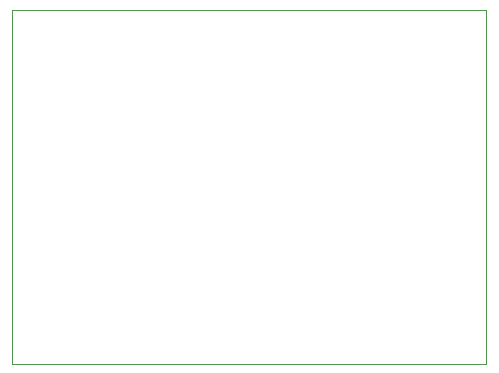
<source format=gbr>
G04 #@! TF.FileFunction,Profile,NP*
%FSLAX46Y46*%
G04 Gerber Fmt 4.6, Leading zero omitted, Abs format (unit mm)*
G04 Created by KiCad (PCBNEW 4.0.1-stable) date 16. 2. 2016 8:07:08*
%MOMM*%
G01*
G04 APERTURE LIST*
%ADD10C,0.300000*%
%ADD11C,0.100000*%
G04 APERTURE END LIST*
D10*
D11*
X254000Y30224000D02*
X254000Y254000D01*
X40386000Y30224000D02*
X254000Y30224000D01*
X40386000Y254000D02*
X40386000Y30224000D01*
X254000Y254000D02*
X40386000Y254000D01*
M02*

</source>
